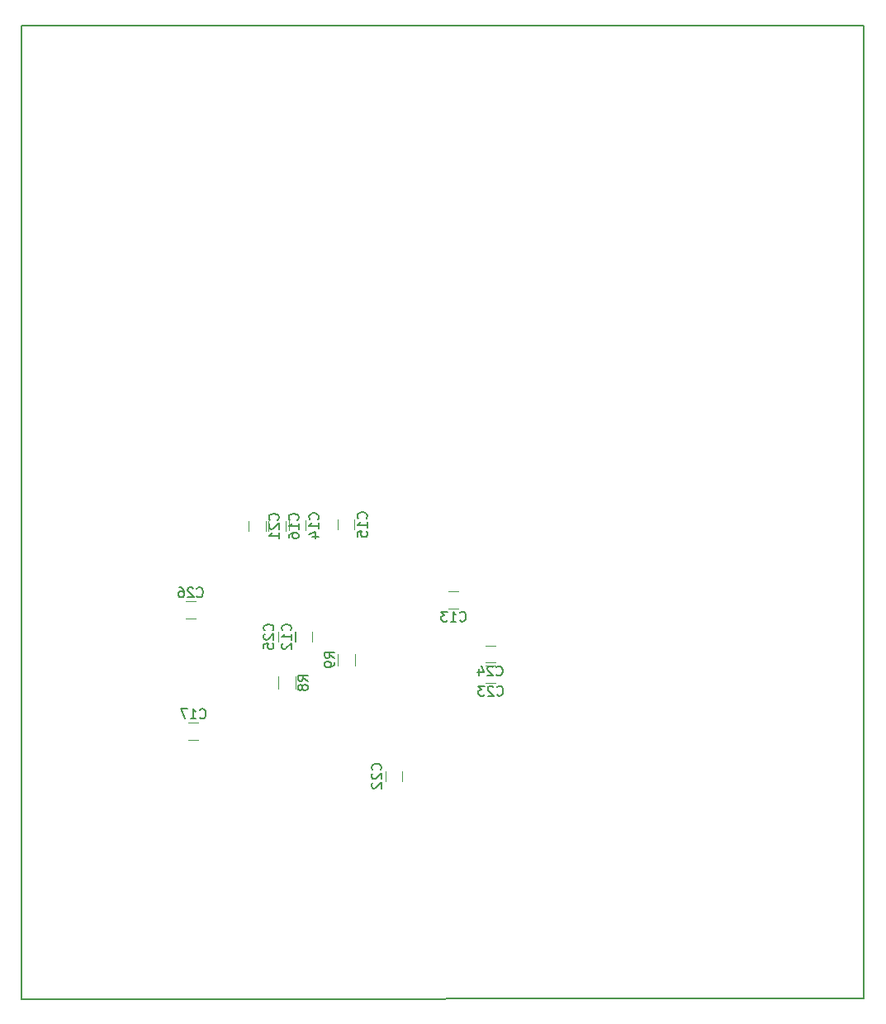
<source format=gbo>
G04 #@! TF.GenerationSoftware,KiCad,Pcbnew,(5.0.1)-3*
G04 #@! TF.CreationDate,2018-12-03T23:59:26+01:00*
G04 #@! TF.ProjectId,antennaanalyzernx,616E74656E6E61616E616C797A65726E,rev?*
G04 #@! TF.SameCoordinates,Original*
G04 #@! TF.FileFunction,Legend,Bot*
G04 #@! TF.FilePolarity,Positive*
%FSLAX46Y46*%
G04 Gerber Fmt 4.6, Leading zero omitted, Abs format (unit mm)*
G04 Created by KiCad (PCBNEW (5.0.1)-3) date 2018-12-03 23:59:26*
%MOMM*%
%LPD*%
G01*
G04 APERTURE LIST*
%ADD10C,0.150000*%
%ADD11C,0.120000*%
G04 APERTURE END LIST*
D10*
X21336000Y-119811800D02*
X21336000Y-19989800D01*
X107696000Y-119781800D02*
X21336000Y-119811800D01*
X107696000Y-19989800D02*
X107696000Y-119781800D01*
X21336000Y-19989800D02*
X107696000Y-19989800D01*
D11*
G04 #@! TO.C,C12*
X49437000Y-83178300D02*
X49437000Y-82178300D01*
X51137000Y-82178300D02*
X51137000Y-83178300D01*
G04 #@! TO.C,C13*
X65110500Y-78061800D02*
X66110500Y-78061800D01*
X66110500Y-79761800D02*
X65110500Y-79761800D01*
G04 #@! TO.C,C14*
X50438500Y-70771800D02*
X50438500Y-71771800D01*
X48738500Y-71771800D02*
X48738500Y-70771800D01*
G04 #@! TO.C,C15*
X53691500Y-71684800D02*
X53691500Y-70684800D01*
X55391500Y-70684800D02*
X55391500Y-71684800D01*
G04 #@! TO.C,C16*
X46655622Y-71842588D02*
X46655622Y-70842588D01*
X48355622Y-70842588D02*
X48355622Y-71842588D01*
G04 #@! TO.C,C17*
X38440500Y-91523800D02*
X39440500Y-91523800D01*
X39440500Y-93223800D02*
X38440500Y-93223800D01*
G04 #@! TO.C,C21*
X46323622Y-70842588D02*
X46323622Y-71842588D01*
X44623622Y-71842588D02*
X44623622Y-70842588D01*
G04 #@! TO.C,C22*
X60344500Y-96465800D02*
X60344500Y-97465800D01*
X58644500Y-97465800D02*
X58644500Y-96465800D01*
G04 #@! TO.C,C23*
X69920500Y-87381800D02*
X68920500Y-87381800D01*
X68920500Y-85681800D02*
X69920500Y-85681800D01*
G04 #@! TO.C,C24*
X68865501Y-83635799D02*
X69865501Y-83635799D01*
X69865501Y-85335799D02*
X68865501Y-85335799D01*
G04 #@! TO.C,C25*
X49295500Y-82178300D02*
X49295500Y-83178300D01*
X47595500Y-83178300D02*
X47595500Y-82178300D01*
G04 #@! TO.C,C26*
X38146500Y-79077800D02*
X39146500Y-79077800D01*
X39146500Y-80777800D02*
X38146500Y-80777800D01*
G04 #@! TO.C,R8*
X49366000Y-87981800D02*
X49366000Y-86781800D01*
X47606000Y-86781800D02*
X47606000Y-87981800D01*
G04 #@! TO.C,R9*
X53755400Y-84417600D02*
X53755400Y-85617600D01*
X55515400Y-85617600D02*
X55515400Y-84417600D01*
G04 #@! TD*
G04 #@! TO.C,C12*
D10*
X48894142Y-82035442D02*
X48941761Y-81987823D01*
X48989380Y-81844966D01*
X48989380Y-81749728D01*
X48941761Y-81606871D01*
X48846523Y-81511633D01*
X48751285Y-81464014D01*
X48560809Y-81416395D01*
X48417952Y-81416395D01*
X48227476Y-81464014D01*
X48132238Y-81511633D01*
X48037000Y-81606871D01*
X47989380Y-81749728D01*
X47989380Y-81844966D01*
X48037000Y-81987823D01*
X48084619Y-82035442D01*
X48989380Y-82987823D02*
X48989380Y-82416395D01*
X48989380Y-82702109D02*
X47989380Y-82702109D01*
X48132238Y-82606871D01*
X48227476Y-82511633D01*
X48275095Y-82416395D01*
X48084619Y-83368776D02*
X48037000Y-83416395D01*
X47989380Y-83511633D01*
X47989380Y-83749728D01*
X48037000Y-83844966D01*
X48084619Y-83892585D01*
X48179857Y-83940204D01*
X48275095Y-83940204D01*
X48417952Y-83892585D01*
X48989380Y-83321157D01*
X48989380Y-83940204D01*
G04 #@! TO.C,C13*
X66253357Y-81018942D02*
X66300976Y-81066561D01*
X66443833Y-81114180D01*
X66539071Y-81114180D01*
X66681928Y-81066561D01*
X66777166Y-80971323D01*
X66824785Y-80876085D01*
X66872404Y-80685609D01*
X66872404Y-80542752D01*
X66824785Y-80352276D01*
X66777166Y-80257038D01*
X66681928Y-80161800D01*
X66539071Y-80114180D01*
X66443833Y-80114180D01*
X66300976Y-80161800D01*
X66253357Y-80209419D01*
X65300976Y-81114180D02*
X65872404Y-81114180D01*
X65586690Y-81114180D02*
X65586690Y-80114180D01*
X65681928Y-80257038D01*
X65777166Y-80352276D01*
X65872404Y-80399895D01*
X64967642Y-80114180D02*
X64348595Y-80114180D01*
X64681928Y-80495133D01*
X64539071Y-80495133D01*
X64443833Y-80542752D01*
X64396214Y-80590371D01*
X64348595Y-80685609D01*
X64348595Y-80923704D01*
X64396214Y-81018942D01*
X64443833Y-81066561D01*
X64539071Y-81114180D01*
X64824785Y-81114180D01*
X64920023Y-81066561D01*
X64967642Y-81018942D01*
G04 #@! TO.C,C14*
X51695642Y-70628942D02*
X51743261Y-70581323D01*
X51790880Y-70438466D01*
X51790880Y-70343228D01*
X51743261Y-70200371D01*
X51648023Y-70105133D01*
X51552785Y-70057514D01*
X51362309Y-70009895D01*
X51219452Y-70009895D01*
X51028976Y-70057514D01*
X50933738Y-70105133D01*
X50838500Y-70200371D01*
X50790880Y-70343228D01*
X50790880Y-70438466D01*
X50838500Y-70581323D01*
X50886119Y-70628942D01*
X51790880Y-71581323D02*
X51790880Y-71009895D01*
X51790880Y-71295609D02*
X50790880Y-71295609D01*
X50933738Y-71200371D01*
X51028976Y-71105133D01*
X51076595Y-71009895D01*
X51124214Y-72438466D02*
X51790880Y-72438466D01*
X50743261Y-72200371D02*
X51457547Y-71962276D01*
X51457547Y-72581323D01*
G04 #@! TO.C,C15*
X56648642Y-70541942D02*
X56696261Y-70494323D01*
X56743880Y-70351466D01*
X56743880Y-70256228D01*
X56696261Y-70113371D01*
X56601023Y-70018133D01*
X56505785Y-69970514D01*
X56315309Y-69922895D01*
X56172452Y-69922895D01*
X55981976Y-69970514D01*
X55886738Y-70018133D01*
X55791500Y-70113371D01*
X55743880Y-70256228D01*
X55743880Y-70351466D01*
X55791500Y-70494323D01*
X55839119Y-70541942D01*
X56743880Y-71494323D02*
X56743880Y-70922895D01*
X56743880Y-71208609D02*
X55743880Y-71208609D01*
X55886738Y-71113371D01*
X55981976Y-71018133D01*
X56029595Y-70922895D01*
X55743880Y-72399085D02*
X55743880Y-71922895D01*
X56220071Y-71875276D01*
X56172452Y-71922895D01*
X56124833Y-72018133D01*
X56124833Y-72256228D01*
X56172452Y-72351466D01*
X56220071Y-72399085D01*
X56315309Y-72446704D01*
X56553404Y-72446704D01*
X56648642Y-72399085D01*
X56696261Y-72351466D01*
X56743880Y-72256228D01*
X56743880Y-72018133D01*
X56696261Y-71922895D01*
X56648642Y-71875276D01*
G04 #@! TO.C,C16*
X49612764Y-70699730D02*
X49660383Y-70652111D01*
X49708002Y-70509254D01*
X49708002Y-70414016D01*
X49660383Y-70271159D01*
X49565145Y-70175921D01*
X49469907Y-70128302D01*
X49279431Y-70080683D01*
X49136574Y-70080683D01*
X48946098Y-70128302D01*
X48850860Y-70175921D01*
X48755622Y-70271159D01*
X48708002Y-70414016D01*
X48708002Y-70509254D01*
X48755622Y-70652111D01*
X48803241Y-70699730D01*
X49708002Y-71652111D02*
X49708002Y-71080683D01*
X49708002Y-71366397D02*
X48708002Y-71366397D01*
X48850860Y-71271159D01*
X48946098Y-71175921D01*
X48993717Y-71080683D01*
X48708002Y-72509254D02*
X48708002Y-72318778D01*
X48755622Y-72223540D01*
X48803241Y-72175921D01*
X48946098Y-72080683D01*
X49136574Y-72033064D01*
X49517526Y-72033064D01*
X49612764Y-72080683D01*
X49660383Y-72128302D01*
X49708002Y-72223540D01*
X49708002Y-72414016D01*
X49660383Y-72509254D01*
X49612764Y-72556873D01*
X49517526Y-72604492D01*
X49279431Y-72604492D01*
X49184193Y-72556873D01*
X49136574Y-72509254D01*
X49088955Y-72414016D01*
X49088955Y-72223540D01*
X49136574Y-72128302D01*
X49184193Y-72080683D01*
X49279431Y-72033064D01*
G04 #@! TO.C,C17*
X39583357Y-90980942D02*
X39630976Y-91028561D01*
X39773833Y-91076180D01*
X39869071Y-91076180D01*
X40011928Y-91028561D01*
X40107166Y-90933323D01*
X40154785Y-90838085D01*
X40202404Y-90647609D01*
X40202404Y-90504752D01*
X40154785Y-90314276D01*
X40107166Y-90219038D01*
X40011928Y-90123800D01*
X39869071Y-90076180D01*
X39773833Y-90076180D01*
X39630976Y-90123800D01*
X39583357Y-90171419D01*
X38630976Y-91076180D02*
X39202404Y-91076180D01*
X38916690Y-91076180D02*
X38916690Y-90076180D01*
X39011928Y-90219038D01*
X39107166Y-90314276D01*
X39202404Y-90361895D01*
X38297642Y-90076180D02*
X37630976Y-90076180D01*
X38059547Y-91076180D01*
G04 #@! TO.C,C21*
X47580764Y-70699730D02*
X47628383Y-70652111D01*
X47676002Y-70509254D01*
X47676002Y-70414016D01*
X47628383Y-70271159D01*
X47533145Y-70175921D01*
X47437907Y-70128302D01*
X47247431Y-70080683D01*
X47104574Y-70080683D01*
X46914098Y-70128302D01*
X46818860Y-70175921D01*
X46723622Y-70271159D01*
X46676002Y-70414016D01*
X46676002Y-70509254D01*
X46723622Y-70652111D01*
X46771241Y-70699730D01*
X46771241Y-71080683D02*
X46723622Y-71128302D01*
X46676002Y-71223540D01*
X46676002Y-71461635D01*
X46723622Y-71556873D01*
X46771241Y-71604492D01*
X46866479Y-71652111D01*
X46961717Y-71652111D01*
X47104574Y-71604492D01*
X47676002Y-71033064D01*
X47676002Y-71652111D01*
X47676002Y-72604492D02*
X47676002Y-72033064D01*
X47676002Y-72318778D02*
X46676002Y-72318778D01*
X46818860Y-72223540D01*
X46914098Y-72128302D01*
X46961717Y-72033064D01*
G04 #@! TO.C,C22*
X58101642Y-96322942D02*
X58149261Y-96275323D01*
X58196880Y-96132466D01*
X58196880Y-96037228D01*
X58149261Y-95894371D01*
X58054023Y-95799133D01*
X57958785Y-95751514D01*
X57768309Y-95703895D01*
X57625452Y-95703895D01*
X57434976Y-95751514D01*
X57339738Y-95799133D01*
X57244500Y-95894371D01*
X57196880Y-96037228D01*
X57196880Y-96132466D01*
X57244500Y-96275323D01*
X57292119Y-96322942D01*
X57292119Y-96703895D02*
X57244500Y-96751514D01*
X57196880Y-96846752D01*
X57196880Y-97084847D01*
X57244500Y-97180085D01*
X57292119Y-97227704D01*
X57387357Y-97275323D01*
X57482595Y-97275323D01*
X57625452Y-97227704D01*
X58196880Y-96656276D01*
X58196880Y-97275323D01*
X57292119Y-97656276D02*
X57244500Y-97703895D01*
X57196880Y-97799133D01*
X57196880Y-98037228D01*
X57244500Y-98132466D01*
X57292119Y-98180085D01*
X57387357Y-98227704D01*
X57482595Y-98227704D01*
X57625452Y-98180085D01*
X58196880Y-97608657D01*
X58196880Y-98227704D01*
G04 #@! TO.C,C23*
X70063357Y-88638942D02*
X70110976Y-88686561D01*
X70253833Y-88734180D01*
X70349071Y-88734180D01*
X70491928Y-88686561D01*
X70587166Y-88591323D01*
X70634785Y-88496085D01*
X70682404Y-88305609D01*
X70682404Y-88162752D01*
X70634785Y-87972276D01*
X70587166Y-87877038D01*
X70491928Y-87781800D01*
X70349071Y-87734180D01*
X70253833Y-87734180D01*
X70110976Y-87781800D01*
X70063357Y-87829419D01*
X69682404Y-87829419D02*
X69634785Y-87781800D01*
X69539547Y-87734180D01*
X69301452Y-87734180D01*
X69206214Y-87781800D01*
X69158595Y-87829419D01*
X69110976Y-87924657D01*
X69110976Y-88019895D01*
X69158595Y-88162752D01*
X69730023Y-88734180D01*
X69110976Y-88734180D01*
X68777642Y-87734180D02*
X68158595Y-87734180D01*
X68491928Y-88115133D01*
X68349071Y-88115133D01*
X68253833Y-88162752D01*
X68206214Y-88210371D01*
X68158595Y-88305609D01*
X68158595Y-88543704D01*
X68206214Y-88638942D01*
X68253833Y-88686561D01*
X68349071Y-88734180D01*
X68634785Y-88734180D01*
X68730023Y-88686561D01*
X68777642Y-88638942D01*
G04 #@! TO.C,C24*
X70008358Y-86592941D02*
X70055977Y-86640560D01*
X70198834Y-86688179D01*
X70294072Y-86688179D01*
X70436929Y-86640560D01*
X70532167Y-86545322D01*
X70579786Y-86450084D01*
X70627405Y-86259608D01*
X70627405Y-86116751D01*
X70579786Y-85926275D01*
X70532167Y-85831037D01*
X70436929Y-85735799D01*
X70294072Y-85688179D01*
X70198834Y-85688179D01*
X70055977Y-85735799D01*
X70008358Y-85783418D01*
X69627405Y-85783418D02*
X69579786Y-85735799D01*
X69484548Y-85688179D01*
X69246453Y-85688179D01*
X69151215Y-85735799D01*
X69103596Y-85783418D01*
X69055977Y-85878656D01*
X69055977Y-85973894D01*
X69103596Y-86116751D01*
X69675024Y-86688179D01*
X69055977Y-86688179D01*
X68198834Y-86021513D02*
X68198834Y-86688179D01*
X68436929Y-85640560D02*
X68675024Y-86354846D01*
X68055977Y-86354846D01*
G04 #@! TO.C,C25*
X47052642Y-82035442D02*
X47100261Y-81987823D01*
X47147880Y-81844966D01*
X47147880Y-81749728D01*
X47100261Y-81606871D01*
X47005023Y-81511633D01*
X46909785Y-81464014D01*
X46719309Y-81416395D01*
X46576452Y-81416395D01*
X46385976Y-81464014D01*
X46290738Y-81511633D01*
X46195500Y-81606871D01*
X46147880Y-81749728D01*
X46147880Y-81844966D01*
X46195500Y-81987823D01*
X46243119Y-82035442D01*
X46243119Y-82416395D02*
X46195500Y-82464014D01*
X46147880Y-82559252D01*
X46147880Y-82797347D01*
X46195500Y-82892585D01*
X46243119Y-82940204D01*
X46338357Y-82987823D01*
X46433595Y-82987823D01*
X46576452Y-82940204D01*
X47147880Y-82368776D01*
X47147880Y-82987823D01*
X46147880Y-83892585D02*
X46147880Y-83416395D01*
X46624071Y-83368776D01*
X46576452Y-83416395D01*
X46528833Y-83511633D01*
X46528833Y-83749728D01*
X46576452Y-83844966D01*
X46624071Y-83892585D01*
X46719309Y-83940204D01*
X46957404Y-83940204D01*
X47052642Y-83892585D01*
X47100261Y-83844966D01*
X47147880Y-83749728D01*
X47147880Y-83511633D01*
X47100261Y-83416395D01*
X47052642Y-83368776D01*
G04 #@! TO.C,C26*
X39289357Y-78534942D02*
X39336976Y-78582561D01*
X39479833Y-78630180D01*
X39575071Y-78630180D01*
X39717928Y-78582561D01*
X39813166Y-78487323D01*
X39860785Y-78392085D01*
X39908404Y-78201609D01*
X39908404Y-78058752D01*
X39860785Y-77868276D01*
X39813166Y-77773038D01*
X39717928Y-77677800D01*
X39575071Y-77630180D01*
X39479833Y-77630180D01*
X39336976Y-77677800D01*
X39289357Y-77725419D01*
X38908404Y-77725419D02*
X38860785Y-77677800D01*
X38765547Y-77630180D01*
X38527452Y-77630180D01*
X38432214Y-77677800D01*
X38384595Y-77725419D01*
X38336976Y-77820657D01*
X38336976Y-77915895D01*
X38384595Y-78058752D01*
X38956023Y-78630180D01*
X38336976Y-78630180D01*
X37479833Y-77630180D02*
X37670309Y-77630180D01*
X37765547Y-77677800D01*
X37813166Y-77725419D01*
X37908404Y-77868276D01*
X37956023Y-78058752D01*
X37956023Y-78439704D01*
X37908404Y-78534942D01*
X37860785Y-78582561D01*
X37765547Y-78630180D01*
X37575071Y-78630180D01*
X37479833Y-78582561D01*
X37432214Y-78534942D01*
X37384595Y-78439704D01*
X37384595Y-78201609D01*
X37432214Y-78106371D01*
X37479833Y-78058752D01*
X37575071Y-78011133D01*
X37765547Y-78011133D01*
X37860785Y-78058752D01*
X37908404Y-78106371D01*
X37956023Y-78201609D01*
G04 #@! TO.C,R8*
X50638380Y-87215133D02*
X50162190Y-86881800D01*
X50638380Y-86643704D02*
X49638380Y-86643704D01*
X49638380Y-87024657D01*
X49686000Y-87119895D01*
X49733619Y-87167514D01*
X49828857Y-87215133D01*
X49971714Y-87215133D01*
X50066952Y-87167514D01*
X50114571Y-87119895D01*
X50162190Y-87024657D01*
X50162190Y-86643704D01*
X50066952Y-87786561D02*
X50019333Y-87691323D01*
X49971714Y-87643704D01*
X49876476Y-87596085D01*
X49828857Y-87596085D01*
X49733619Y-87643704D01*
X49686000Y-87691323D01*
X49638380Y-87786561D01*
X49638380Y-87977038D01*
X49686000Y-88072276D01*
X49733619Y-88119895D01*
X49828857Y-88167514D01*
X49876476Y-88167514D01*
X49971714Y-88119895D01*
X50019333Y-88072276D01*
X50066952Y-87977038D01*
X50066952Y-87786561D01*
X50114571Y-87691323D01*
X50162190Y-87643704D01*
X50257428Y-87596085D01*
X50447904Y-87596085D01*
X50543142Y-87643704D01*
X50590761Y-87691323D01*
X50638380Y-87786561D01*
X50638380Y-87977038D01*
X50590761Y-88072276D01*
X50543142Y-88119895D01*
X50447904Y-88167514D01*
X50257428Y-88167514D01*
X50162190Y-88119895D01*
X50114571Y-88072276D01*
X50066952Y-87977038D01*
G04 #@! TO.C,R9*
X53387780Y-84850933D02*
X52911590Y-84517600D01*
X53387780Y-84279504D02*
X52387780Y-84279504D01*
X52387780Y-84660457D01*
X52435400Y-84755695D01*
X52483019Y-84803314D01*
X52578257Y-84850933D01*
X52721114Y-84850933D01*
X52816352Y-84803314D01*
X52863971Y-84755695D01*
X52911590Y-84660457D01*
X52911590Y-84279504D01*
X53387780Y-85327123D02*
X53387780Y-85517600D01*
X53340161Y-85612838D01*
X53292542Y-85660457D01*
X53149685Y-85755695D01*
X52959209Y-85803314D01*
X52578257Y-85803314D01*
X52483019Y-85755695D01*
X52435400Y-85708076D01*
X52387780Y-85612838D01*
X52387780Y-85422361D01*
X52435400Y-85327123D01*
X52483019Y-85279504D01*
X52578257Y-85231885D01*
X52816352Y-85231885D01*
X52911590Y-85279504D01*
X52959209Y-85327123D01*
X53006828Y-85422361D01*
X53006828Y-85612838D01*
X52959209Y-85708076D01*
X52911590Y-85755695D01*
X52816352Y-85803314D01*
G04 #@! TD*
M02*

</source>
